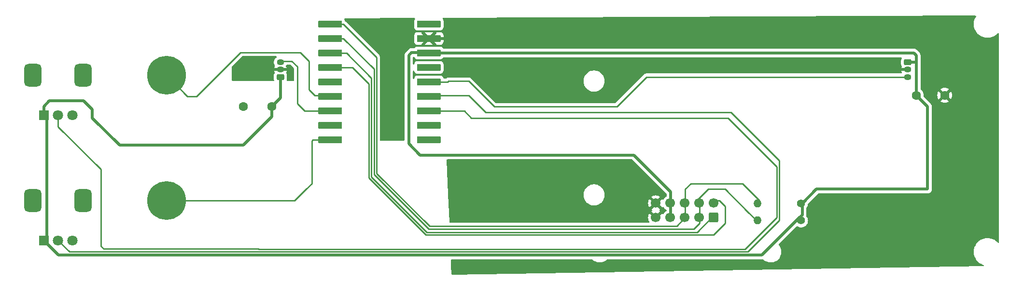
<source format=gbl>
G04 #@! TF.GenerationSoftware,KiCad,Pcbnew,8.0.7*
G04 #@! TF.CreationDate,2025-06-17T21:45:10-04:00*
G04 #@! TF.ProjectId,ESP32_MIDI_Summer25_GTR.kicad_pro,45535033-325f-44d4-9944-495f53756d6d,rev?*
G04 #@! TF.SameCoordinates,Original*
G04 #@! TF.FileFunction,Copper,L2,Bot*
G04 #@! TF.FilePolarity,Positive*
%FSLAX46Y46*%
G04 Gerber Fmt 4.6, Leading zero omitted, Abs format (unit mm)*
G04 Created by KiCad (PCBNEW 8.0.7) date 2025-06-17 21:45:10*
%MOMM*%
%LPD*%
G01*
G04 APERTURE LIST*
G04 Aperture macros list*
%AMRoundRect*
0 Rectangle with rounded corners*
0 $1 Rounding radius*
0 $2 $3 $4 $5 $6 $7 $8 $9 X,Y pos of 4 corners*
0 Add a 4 corners polygon primitive as box body*
4,1,4,$2,$3,$4,$5,$6,$7,$8,$9,$2,$3,0*
0 Add four circle primitives for the rounded corners*
1,1,$1+$1,$2,$3*
1,1,$1+$1,$4,$5*
1,1,$1+$1,$6,$7*
1,1,$1+$1,$8,$9*
0 Add four rect primitives between the rounded corners*
20,1,$1+$1,$2,$3,$4,$5,0*
20,1,$1+$1,$4,$5,$6,$7,0*
20,1,$1+$1,$6,$7,$8,$9,0*
20,1,$1+$1,$8,$9,$2,$3,0*%
%AMFreePoly0*
4,1,11,0.558779,3.080902,0.595106,3.030902,0.600000,3.000000,0.600000,-1.000000,-0.600000,-1.000000,-0.600000,3.000000,-0.580902,3.058779,-0.530902,3.095106,-0.500000,3.100000,0.500000,3.100000,0.558779,3.080902,0.558779,3.080902,$1*%
G04 Aperture macros list end*
G04 #@! TA.AperFunction,ComponentPad*
%ADD10R,1.800000X1.800000*%
G04 #@! TD*
G04 #@! TA.AperFunction,ComponentPad*
%ADD11C,1.800000*%
G04 #@! TD*
G04 #@! TA.AperFunction,ComponentPad*
%ADD12RoundRect,0.750000X0.750000X-1.250000X0.750000X1.250000X-0.750000X1.250000X-0.750000X-1.250000X0*%
G04 #@! TD*
G04 #@! TA.AperFunction,ComponentPad*
%ADD13O,1.300000X1.050000*%
G04 #@! TD*
G04 #@! TA.AperFunction,ComponentPad*
%ADD14RoundRect,0.249900X0.400100X-0.275100X0.400100X0.275100X-0.400100X0.275100X-0.400100X-0.275100X0*%
G04 #@! TD*
G04 #@! TA.AperFunction,ComponentPad*
%ADD15RoundRect,0.249900X-0.400100X0.275100X-0.400100X-0.275100X0.400100X-0.275100X0.400100X0.275100X0*%
G04 #@! TD*
G04 #@! TA.AperFunction,ComponentPad*
%ADD16C,6.800000*%
G04 #@! TD*
G04 #@! TA.AperFunction,ComponentPad*
%ADD17C,1.600000*%
G04 #@! TD*
G04 #@! TA.AperFunction,ComponentPad*
%ADD18C,1.400000*%
G04 #@! TD*
G04 #@! TA.AperFunction,ComponentPad*
%ADD19O,1.400000X1.400000*%
G04 #@! TD*
G04 #@! TA.AperFunction,SMDPad,CuDef*
%ADD20FreePoly0,270.000000*%
G04 #@! TD*
G04 #@! TA.AperFunction,SMDPad,CuDef*
%ADD21FreePoly0,90.000000*%
G04 #@! TD*
G04 #@! TA.AperFunction,ComponentPad*
%ADD22RoundRect,0.250000X0.600000X-0.600000X0.600000X0.600000X-0.600000X0.600000X-0.600000X-0.600000X0*%
G04 #@! TD*
G04 #@! TA.AperFunction,ComponentPad*
%ADD23C,1.700000*%
G04 #@! TD*
G04 #@! TA.AperFunction,ViaPad*
%ADD24C,0.800000*%
G04 #@! TD*
G04 #@! TA.AperFunction,Conductor*
%ADD25C,0.250000*%
G04 #@! TD*
G04 #@! TA.AperFunction,Conductor*
%ADD26C,0.500000*%
G04 #@! TD*
G04 APERTURE END LIST*
D10*
X56500000Y-112000000D03*
D11*
X59000000Y-112000000D03*
X61500000Y-112000000D03*
D12*
X54600000Y-105000000D03*
X63400000Y-105000000D03*
D13*
X98000000Y-80700000D03*
X98000000Y-82000000D03*
D14*
X98000000Y-83300000D03*
D15*
X208000000Y-80700000D03*
D13*
X208000000Y-82000000D03*
X208000000Y-83300000D03*
D16*
X78000000Y-105000000D03*
D10*
X56500000Y-90000000D03*
D11*
X59000000Y-90000000D03*
X61500000Y-90000000D03*
D12*
X63400000Y-83000000D03*
X54600000Y-82950000D03*
D16*
X78000000Y-83000000D03*
D17*
X209500000Y-86500000D03*
X214500000Y-86500000D03*
D18*
X189310000Y-105500000D03*
D19*
X181690000Y-105500000D03*
D20*
X123000000Y-74000000D03*
X123000000Y-76540000D03*
X123000000Y-79080000D03*
X123000000Y-81620000D03*
X123000000Y-84160000D03*
X123000000Y-86700000D03*
X123000000Y-89240000D03*
X123000000Y-91780000D03*
X123000000Y-94320000D03*
D21*
X107760000Y-94320000D03*
X107760000Y-91780000D03*
X107760000Y-89240000D03*
X107760000Y-86700000D03*
X107760000Y-84160000D03*
X107760000Y-81620000D03*
X107760000Y-79080000D03*
X107760000Y-76540000D03*
X107760000Y-74000000D03*
D17*
X96500000Y-88500000D03*
X91500000Y-88500000D03*
D18*
X189310000Y-108500000D03*
D19*
X181690000Y-108500000D03*
D22*
X174000000Y-108000000D03*
D23*
X174000000Y-105460000D03*
X171460000Y-108000000D03*
X171460000Y-105460000D03*
X168920000Y-108000000D03*
X168920000Y-105460000D03*
X166380000Y-108000000D03*
X166380000Y-105460000D03*
X163840000Y-108000000D03*
X163840000Y-105460000D03*
D24*
X125500000Y-79000000D03*
X128000000Y-76500000D03*
D25*
X107760000Y-81620000D02*
X110620000Y-81620000D01*
X174000000Y-111000000D02*
X176000000Y-109000000D01*
X113500000Y-84500000D02*
X113500000Y-101000000D01*
X110620000Y-81620000D02*
X113500000Y-84500000D01*
X113500000Y-101000000D02*
X123500000Y-111000000D01*
X123500000Y-111000000D02*
X174000000Y-111000000D01*
X176000000Y-106000000D02*
X175000000Y-105000000D01*
X176000000Y-109000000D02*
X176000000Y-106000000D01*
X175000000Y-105000000D02*
X174080000Y-105000000D01*
X107760000Y-74000000D02*
X109000000Y-74000000D01*
X109000000Y-74000000D02*
X114850000Y-79850000D01*
X114850000Y-79850000D02*
X114850000Y-100213604D01*
X114850000Y-100213604D02*
X124136396Y-109500000D01*
X124136396Y-109500000D02*
X167500000Y-109500000D01*
X169000000Y-108000000D02*
X169000000Y-103000000D01*
X169000000Y-103000000D02*
X170000000Y-102000000D01*
X167500000Y-109500000D02*
X169000000Y-108000000D01*
X170000000Y-102000000D02*
X179000000Y-102000000D01*
X179000000Y-102000000D02*
X182000000Y-105000000D01*
X124000000Y-110000000D02*
X170500000Y-110000000D01*
X109040000Y-76540000D02*
X114400000Y-81900000D01*
X107760000Y-76540000D02*
X109040000Y-76540000D01*
X171540000Y-108960000D02*
X171540000Y-105000000D01*
X114400000Y-81900000D02*
X114400000Y-100400000D01*
X114400000Y-100400000D02*
X124000000Y-110000000D01*
X170500000Y-110000000D02*
X171540000Y-108960000D01*
X109580000Y-79080000D02*
X113950000Y-83450000D01*
X113950000Y-83450000D02*
X113950000Y-100813604D01*
X171070000Y-110550000D02*
X174080000Y-107540000D01*
X123686396Y-110550000D02*
X171070000Y-110550000D01*
X107760000Y-79080000D02*
X109580000Y-79080000D01*
X113950000Y-100813604D02*
X123686396Y-110550000D01*
D26*
X166460000Y-103460000D02*
X160000000Y-97000000D01*
D25*
X173000000Y-103000000D02*
X171000000Y-105000000D01*
X180000000Y-107000000D02*
X176000000Y-103000000D01*
X176000000Y-103000000D02*
X173000000Y-103000000D01*
D26*
X166460000Y-107540000D02*
X166460000Y-103460000D01*
X122500000Y-97000000D02*
X120500000Y-95000000D01*
X120500000Y-79500000D02*
X121000000Y-79000000D01*
X160000000Y-97000000D02*
X122500000Y-97000000D01*
X120500000Y-95000000D02*
X120500000Y-79500000D01*
X121000000Y-79000000D02*
X125500000Y-79000000D01*
X56500000Y-112000000D02*
X57000000Y-111500000D01*
X57000000Y-111500000D02*
X57000000Y-90500000D01*
X57000000Y-90500000D02*
X56500000Y-90000000D01*
D25*
X66500000Y-113000000D02*
X66500000Y-99500000D01*
X67000000Y-113500000D02*
X66500000Y-113000000D01*
X59000000Y-91500000D02*
X59000000Y-90000000D01*
X66500000Y-99500000D02*
X59000000Y-92000000D01*
X59000000Y-92000000D02*
X59000000Y-91500000D01*
X104000000Y-86500000D02*
X107500000Y-86500000D01*
X101500000Y-79000000D02*
X103000000Y-80500000D01*
X81700000Y-86700000D02*
X83300000Y-86700000D01*
X103000000Y-85500000D02*
X104000000Y-86500000D01*
X103000000Y-80500000D02*
X103000000Y-85500000D01*
X91000000Y-79000000D02*
X101500000Y-79000000D01*
X83300000Y-86700000D02*
X91000000Y-79000000D01*
X107760000Y-89240000D02*
X102240000Y-89240000D01*
X102240000Y-89240000D02*
X101000000Y-88000000D01*
X101000000Y-88000000D02*
X101000000Y-81500000D01*
X101000000Y-81500000D02*
X100000000Y-80500000D01*
X100000000Y-80500000D02*
X98000000Y-80500000D01*
D26*
X98000000Y-87000000D02*
X96500000Y-88500000D01*
X98000000Y-83300000D02*
X98000000Y-87000000D01*
X96500000Y-88500000D02*
X96500000Y-90300000D01*
X96500000Y-90300000D02*
X91500000Y-95300000D01*
X91500000Y-95300000D02*
X69800000Y-95300000D01*
X65000000Y-90500000D02*
X65000000Y-89000000D01*
X65000000Y-89000000D02*
X63500000Y-87500000D01*
X69800000Y-95300000D02*
X65000000Y-90500000D01*
X63500000Y-87500000D02*
X57500000Y-87500000D01*
X57500000Y-87500000D02*
X56500000Y-88500000D01*
X56500000Y-88500000D02*
X56500000Y-90000000D01*
D25*
X157000000Y-88500000D02*
X135500000Y-88500000D01*
X208000000Y-83300000D02*
X162200000Y-83300000D01*
X162200000Y-83300000D02*
X157000000Y-88500000D01*
D26*
X209500000Y-79500000D02*
X209500000Y-80500000D01*
X208000000Y-80700000D02*
X209300000Y-80700000D01*
X209500000Y-80500000D02*
X209500000Y-86500000D01*
X209300000Y-80700000D02*
X209500000Y-80500000D01*
X123000000Y-79080000D02*
X209080000Y-79080000D01*
X209080000Y-79080000D02*
X209500000Y-79500000D01*
D25*
X135500000Y-88500000D02*
X131000000Y-84000000D01*
X131000000Y-84000000D02*
X127500000Y-84000000D01*
X123000000Y-84160000D02*
X127340000Y-84160000D01*
X127340000Y-84160000D02*
X127500000Y-84000000D01*
D26*
X59075000Y-114575000D02*
X56500000Y-112000000D01*
X189500000Y-105500000D02*
X189500000Y-107500000D01*
X211500000Y-103000000D02*
X192000000Y-103000000D01*
X189000000Y-108000000D02*
X182425000Y-114575000D01*
X182425000Y-114575000D02*
X59075000Y-114575000D01*
X192000000Y-103000000D02*
X189500000Y-105500000D01*
X211500000Y-88500000D02*
X211500000Y-103000000D01*
X209500000Y-86500000D02*
X211500000Y-88500000D01*
X189500000Y-107500000D02*
X189000000Y-108000000D01*
X123000000Y-76540000D02*
X127960000Y-76540000D01*
X127960000Y-76540000D02*
X128000000Y-76500000D01*
D25*
X185500000Y-108500000D02*
X185500000Y-98000000D01*
X185500000Y-98000000D02*
X177000000Y-89500000D01*
X61000000Y-114000000D02*
X180000000Y-114000000D01*
X131000000Y-86500000D02*
X124000000Y-86500000D01*
X59000000Y-112000000D02*
X61000000Y-114000000D01*
X134000000Y-89500000D02*
X131000000Y-86500000D01*
X180000000Y-114000000D02*
X185500000Y-108500000D01*
X177000000Y-89500000D02*
X134000000Y-89500000D01*
X179500000Y-113550000D02*
X94183308Y-113550000D01*
X185050000Y-108000000D02*
X179500000Y-113550000D01*
X123000000Y-89240000D02*
X130240000Y-89240000D01*
X130240000Y-89240000D02*
X131500000Y-90500000D01*
X94183308Y-113550000D02*
X94133308Y-113500000D01*
X131500000Y-90500000D02*
X176500000Y-90500000D01*
X185050000Y-99050000D02*
X185050000Y-108000000D01*
X94133308Y-113500000D02*
X67000000Y-113500000D01*
X176500000Y-90500000D02*
X185050000Y-99050000D01*
X103500000Y-102000000D02*
X102500000Y-103000000D01*
X100500000Y-105000000D02*
X99500000Y-105000000D01*
X99500000Y-105000000D02*
X78000000Y-105000000D01*
X107760000Y-94320000D02*
X103680000Y-94320000D01*
X102500000Y-103000000D02*
X100500000Y-105000000D01*
X103680000Y-94320000D02*
X103500000Y-94500000D01*
X103500000Y-94500000D02*
X103500000Y-102000000D01*
X180000000Y-107000000D02*
X181500000Y-108500000D01*
X81700000Y-86700000D02*
X81500000Y-86500000D01*
X81500000Y-86500000D02*
X78000000Y-83000000D01*
G04 #@! TA.AperFunction,Conductor*
G36*
X219938857Y-72536676D02*
G01*
X219984833Y-72589288D01*
X219995066Y-72658404D01*
X219977249Y-72707243D01*
X219895714Y-72837005D01*
X219778734Y-73079917D01*
X219689687Y-73334397D01*
X219689684Y-73334405D01*
X219629688Y-73597268D01*
X219629686Y-73597280D01*
X219599500Y-73865186D01*
X219599500Y-74134813D01*
X219629686Y-74402719D01*
X219629688Y-74402731D01*
X219689684Y-74665594D01*
X219689687Y-74665602D01*
X219778734Y-74920082D01*
X219895714Y-75162994D01*
X219895716Y-75162997D01*
X220039162Y-75391289D01*
X220207266Y-75602085D01*
X220397915Y-75792734D01*
X220608711Y-75960838D01*
X220837003Y-76104284D01*
X221079921Y-76221267D01*
X221271049Y-76288145D01*
X221334397Y-76310312D01*
X221334405Y-76310315D01*
X221334408Y-76310315D01*
X221334409Y-76310316D01*
X221597268Y-76370312D01*
X221865187Y-76400499D01*
X221865188Y-76400500D01*
X221865191Y-76400500D01*
X222134812Y-76400500D01*
X222134812Y-76400499D01*
X222402732Y-76370312D01*
X222665591Y-76310316D01*
X222920079Y-76221267D01*
X223162997Y-76104284D01*
X223391289Y-75960838D01*
X223602085Y-75792734D01*
X223788319Y-75606500D01*
X223849642Y-75573015D01*
X223919334Y-75577999D01*
X223975267Y-75619871D01*
X223999684Y-75685335D01*
X224000000Y-75694181D01*
X224000000Y-112305819D01*
X223980315Y-112372858D01*
X223927511Y-112418613D01*
X223858353Y-112428557D01*
X223794797Y-112399532D01*
X223788319Y-112393500D01*
X223602084Y-112207265D01*
X223509356Y-112133317D01*
X223391289Y-112039162D01*
X223162997Y-111895716D01*
X223162994Y-111895714D01*
X222920082Y-111778734D01*
X222665602Y-111689687D01*
X222665594Y-111689684D01*
X222468446Y-111644687D01*
X222402732Y-111629688D01*
X222402728Y-111629687D01*
X222402719Y-111629686D01*
X222134813Y-111599500D01*
X222134809Y-111599500D01*
X221865191Y-111599500D01*
X221865186Y-111599500D01*
X221597280Y-111629686D01*
X221597268Y-111629688D01*
X221334405Y-111689684D01*
X221334397Y-111689687D01*
X221079917Y-111778734D01*
X220837005Y-111895714D01*
X220608712Y-112039161D01*
X220397915Y-112207265D01*
X220207265Y-112397915D01*
X220039161Y-112608712D01*
X219895714Y-112837005D01*
X219778734Y-113079917D01*
X219689687Y-113334397D01*
X219689684Y-113334405D01*
X219629688Y-113597268D01*
X219629686Y-113597280D01*
X219599500Y-113865186D01*
X219599500Y-114134813D01*
X219629686Y-114402719D01*
X219629688Y-114402731D01*
X219689684Y-114665594D01*
X219689687Y-114665602D01*
X219778734Y-114920082D01*
X219895714Y-115162994D01*
X219895716Y-115162997D01*
X220039162Y-115391289D01*
X220207266Y-115602085D01*
X220397915Y-115792734D01*
X220608711Y-115960838D01*
X220837003Y-116104284D01*
X221079921Y-116221267D01*
X221309562Y-116301621D01*
X221366336Y-116342342D01*
X221392083Y-116407295D01*
X221378627Y-116475857D01*
X221330239Y-116526259D01*
X221270542Y-116542647D01*
X128120693Y-117998114D01*
X128053354Y-117979479D01*
X128006780Y-117927396D01*
X127994868Y-117879401D01*
X127937985Y-116542647D01*
X127891692Y-115454770D01*
X127908509Y-115386956D01*
X127959320Y-115338998D01*
X128015580Y-115325500D01*
X152657134Y-115325500D01*
X152724173Y-115345185D01*
X152744815Y-115361819D01*
X152777256Y-115394260D01*
X152777262Y-115394265D01*
X152969711Y-115541936D01*
X153179788Y-115663224D01*
X153403900Y-115756054D01*
X153638211Y-115818838D01*
X153818586Y-115842584D01*
X153878711Y-115850500D01*
X153878712Y-115850500D01*
X154121289Y-115850500D01*
X154169388Y-115844167D01*
X154361789Y-115818838D01*
X154596100Y-115756054D01*
X154820212Y-115663224D01*
X155030289Y-115541936D01*
X155222738Y-115394265D01*
X155230047Y-115386956D01*
X155255185Y-115361819D01*
X155316508Y-115328334D01*
X155342866Y-115325500D01*
X182498920Y-115325500D01*
X182608718Y-115303659D01*
X182678310Y-115309886D01*
X182720591Y-115337595D01*
X182777256Y-115394260D01*
X182777262Y-115394265D01*
X182969711Y-115541936D01*
X183179788Y-115663224D01*
X183403900Y-115756054D01*
X183638211Y-115818838D01*
X183818586Y-115842584D01*
X183878711Y-115850500D01*
X183878712Y-115850500D01*
X184121289Y-115850500D01*
X184169388Y-115844167D01*
X184361789Y-115818838D01*
X184596100Y-115756054D01*
X184820212Y-115663224D01*
X185030289Y-115541936D01*
X185222738Y-115394265D01*
X185394265Y-115222738D01*
X185541936Y-115030289D01*
X185663224Y-114820212D01*
X185756054Y-114596100D01*
X185818838Y-114361789D01*
X185850500Y-114121288D01*
X185850500Y-113878712D01*
X185818838Y-113638211D01*
X185756054Y-113403900D01*
X185663224Y-113179788D01*
X185541936Y-112969711D01*
X185523503Y-112945689D01*
X185412636Y-112801202D01*
X185387442Y-112736033D01*
X185401481Y-112667588D01*
X185423328Y-112638038D01*
X188523749Y-109537616D01*
X188585070Y-109504133D01*
X188654762Y-109509117D01*
X188676702Y-109519870D01*
X188772599Y-109579247D01*
X188980060Y-109659618D01*
X189198757Y-109700500D01*
X189198759Y-109700500D01*
X189421241Y-109700500D01*
X189421243Y-109700500D01*
X189639940Y-109659618D01*
X189847401Y-109579247D01*
X190036562Y-109462124D01*
X190200981Y-109312236D01*
X190335058Y-109134689D01*
X190434229Y-108935528D01*
X190495115Y-108721536D01*
X190515643Y-108500000D01*
X190513051Y-108472032D01*
X190495115Y-108278464D01*
X190495114Y-108278462D01*
X190482864Y-108235408D01*
X190434229Y-108064472D01*
X190369348Y-107934174D01*
X190335061Y-107865316D01*
X190335056Y-107865308D01*
X190255763Y-107760307D01*
X190231071Y-107694945D01*
X190233099Y-107661391D01*
X190250500Y-107573918D01*
X190250500Y-106288222D01*
X190270185Y-106221183D01*
X190275539Y-106213504D01*
X190335058Y-106134689D01*
X190434229Y-105935528D01*
X190495115Y-105721536D01*
X190506842Y-105594973D01*
X190532628Y-105530037D01*
X190542624Y-105518742D01*
X192274549Y-103786819D01*
X192335872Y-103753334D01*
X192362230Y-103750500D01*
X211573920Y-103750500D01*
X211671462Y-103731096D01*
X211718913Y-103721658D01*
X211855495Y-103665084D01*
X211978416Y-103582951D01*
X212082951Y-103478416D01*
X212165084Y-103355495D01*
X212221658Y-103218913D01*
X212243296Y-103110136D01*
X212250500Y-103073920D01*
X212250500Y-88426079D01*
X212221659Y-88281092D01*
X212221658Y-88281091D01*
X212221658Y-88281087D01*
X212212082Y-88257969D01*
X212165087Y-88144511D01*
X212165080Y-88144498D01*
X212082952Y-88021585D01*
X212082951Y-88021584D01*
X211978416Y-87917049D01*
X211403783Y-87342416D01*
X210826716Y-86765348D01*
X210793231Y-86704025D01*
X210790869Y-86666863D01*
X210805468Y-86500000D01*
X210805468Y-86499997D01*
X213195034Y-86499997D01*
X213195034Y-86500002D01*
X213214858Y-86726599D01*
X213214860Y-86726610D01*
X213273730Y-86946317D01*
X213273735Y-86946331D01*
X213369863Y-87152478D01*
X213420974Y-87225472D01*
X214100000Y-86546446D01*
X214100000Y-86552661D01*
X214127259Y-86654394D01*
X214179920Y-86745606D01*
X214254394Y-86820080D01*
X214345606Y-86872741D01*
X214447339Y-86900000D01*
X214453553Y-86900000D01*
X213774526Y-87579025D01*
X213847513Y-87630132D01*
X213847521Y-87630136D01*
X214053668Y-87726264D01*
X214053682Y-87726269D01*
X214273389Y-87785139D01*
X214273400Y-87785141D01*
X214499998Y-87804966D01*
X214500002Y-87804966D01*
X214726599Y-87785141D01*
X214726610Y-87785139D01*
X214946317Y-87726269D01*
X214946331Y-87726264D01*
X215152478Y-87630136D01*
X215225471Y-87579024D01*
X214546447Y-86900000D01*
X214552661Y-86900000D01*
X214654394Y-86872741D01*
X214745606Y-86820080D01*
X214820080Y-86745606D01*
X214872741Y-86654394D01*
X214900000Y-86552661D01*
X214900000Y-86546447D01*
X215579024Y-87225471D01*
X215630136Y-87152478D01*
X215726264Y-86946331D01*
X215726269Y-86946317D01*
X215785139Y-86726610D01*
X215785141Y-86726599D01*
X215804966Y-86500002D01*
X215804966Y-86499997D01*
X215785141Y-86273400D01*
X215785139Y-86273389D01*
X215726269Y-86053682D01*
X215726264Y-86053668D01*
X215630136Y-85847521D01*
X215630132Y-85847513D01*
X215579025Y-85774526D01*
X214900000Y-86453551D01*
X214900000Y-86447339D01*
X214872741Y-86345606D01*
X214820080Y-86254394D01*
X214745606Y-86179920D01*
X214654394Y-86127259D01*
X214552661Y-86100000D01*
X214546445Y-86100000D01*
X215225472Y-85420974D01*
X215152478Y-85369863D01*
X214946331Y-85273735D01*
X214946317Y-85273730D01*
X214726610Y-85214860D01*
X214726599Y-85214858D01*
X214500002Y-85195034D01*
X214499998Y-85195034D01*
X214273400Y-85214858D01*
X214273389Y-85214860D01*
X214053682Y-85273730D01*
X214053673Y-85273734D01*
X213847516Y-85369866D01*
X213847512Y-85369868D01*
X213774526Y-85420973D01*
X213774526Y-85420974D01*
X214453553Y-86100000D01*
X214447339Y-86100000D01*
X214345606Y-86127259D01*
X214254394Y-86179920D01*
X214179920Y-86254394D01*
X214127259Y-86345606D01*
X214100000Y-86447339D01*
X214100000Y-86453552D01*
X213420974Y-85774526D01*
X213420973Y-85774526D01*
X213369868Y-85847512D01*
X213369866Y-85847516D01*
X213273734Y-86053673D01*
X213273730Y-86053682D01*
X213214860Y-86273389D01*
X213214858Y-86273400D01*
X213195034Y-86499997D01*
X210805468Y-86499997D01*
X210785635Y-86273308D01*
X210726739Y-86053504D01*
X210630568Y-85847266D01*
X210547987Y-85729327D01*
X210500048Y-85660862D01*
X210428686Y-85589500D01*
X210339139Y-85499953D01*
X210334373Y-85496615D01*
X210303375Y-85474910D01*
X210259751Y-85420332D01*
X210250500Y-85373336D01*
X210250500Y-79426080D01*
X210238179Y-79364141D01*
X210230976Y-79327930D01*
X210221659Y-79281088D01*
X210168983Y-79153918D01*
X210165084Y-79144505D01*
X210132186Y-79095270D01*
X210132185Y-79095268D01*
X210082956Y-79021589D01*
X210082952Y-79021584D01*
X209558421Y-78497052D01*
X209558420Y-78497051D01*
X209539191Y-78484203D01*
X209469420Y-78437584D01*
X209438686Y-78417048D01*
X209435500Y-78414919D01*
X209435488Y-78414912D01*
X209298917Y-78358343D01*
X209298907Y-78358340D01*
X209153920Y-78329500D01*
X209153918Y-78329500D01*
X126625316Y-78329500D01*
X126558277Y-78309815D01*
X126515647Y-78263369D01*
X126515106Y-78262344D01*
X126508817Y-78250425D01*
X126470673Y-78197925D01*
X126453045Y-78175065D01*
X126347043Y-78077777D01*
X126347041Y-78077776D01*
X126217927Y-78014294D01*
X126217913Y-78014289D01*
X126156252Y-77994255D01*
X126156233Y-77994249D01*
X126156208Y-77994241D01*
X126150872Y-77992590D01*
X126142418Y-77989976D01*
X126070554Y-77979644D01*
X126000000Y-77969500D01*
X122500000Y-77969500D01*
X122499992Y-77969500D01*
X122441318Y-77974118D01*
X122431590Y-77974500D01*
X121999997Y-77974500D01*
X121928059Y-77979644D01*
X121790005Y-78020182D01*
X121668969Y-78097967D01*
X121668965Y-78097970D01*
X121574748Y-78206703D01*
X121515970Y-78244477D01*
X121481036Y-78249500D01*
X120926080Y-78249500D01*
X120781092Y-78278340D01*
X120781082Y-78278343D01*
X120644509Y-78334913D01*
X120644507Y-78334914D01*
X120603859Y-78362075D01*
X120603857Y-78362076D01*
X120521589Y-78417043D01*
X120521584Y-78417047D01*
X119917050Y-79021580D01*
X119917044Y-79021588D01*
X119867812Y-79095268D01*
X119867813Y-79095269D01*
X119834921Y-79144496D01*
X119834914Y-79144508D01*
X119778342Y-79281086D01*
X119778340Y-79281092D01*
X119749500Y-79426079D01*
X119749500Y-94376000D01*
X119729815Y-94443039D01*
X119677011Y-94488794D01*
X119625500Y-94500000D01*
X115599500Y-94500000D01*
X115532461Y-94480315D01*
X115486706Y-94427511D01*
X115475500Y-94376000D01*
X115475500Y-79788391D01*
X115474292Y-79782320D01*
X115474290Y-79782314D01*
X115473835Y-79780025D01*
X115451463Y-79667549D01*
X115449558Y-79662951D01*
X115404311Y-79553714D01*
X115404309Y-79553712D01*
X115404309Y-79553710D01*
X115335859Y-79451268D01*
X115310670Y-79426079D01*
X115248733Y-79364142D01*
X115248732Y-79364141D01*
X111824591Y-75940001D01*
X121495000Y-75940001D01*
X121495000Y-77140002D01*
X121500140Y-77211870D01*
X121540634Y-77349781D01*
X121618345Y-77470703D01*
X121726976Y-77564832D01*
X121726977Y-77564833D01*
X121857721Y-77624543D01*
X121857725Y-77624544D01*
X122000001Y-77644999D01*
X122000003Y-77645000D01*
X122456355Y-77645000D01*
X122474001Y-77646262D01*
X122499998Y-77649999D01*
X122500003Y-77650000D01*
X122700001Y-77650000D01*
X122700001Y-77649999D01*
X123293552Y-77649999D01*
X123293553Y-77650000D01*
X124806448Y-77650000D01*
X124806448Y-77649999D01*
X124050000Y-76893552D01*
X124049999Y-76893552D01*
X123293552Y-77649999D01*
X122700001Y-77649999D01*
X122706052Y-77635389D01*
X122697421Y-77619581D01*
X122702405Y-77549889D01*
X122730906Y-77505542D01*
X123696448Y-76540000D01*
X123696448Y-76539999D01*
X123696447Y-76539998D01*
X124403551Y-76539998D01*
X124403551Y-76539999D01*
X125369094Y-77505542D01*
X125402579Y-77566865D01*
X125397595Y-77636557D01*
X125395671Y-77639549D01*
X125400000Y-77650000D01*
X125999992Y-77650000D01*
X126000007Y-77649999D01*
X126078985Y-77643784D01*
X126111454Y-77638641D01*
X126202152Y-77615492D01*
X126329280Y-77548412D01*
X126381780Y-77510269D01*
X126404616Y-77492659D01*
X126501810Y-77386760D01*
X126501811Y-77386758D01*
X126565229Y-77257772D01*
X126565235Y-77257758D01*
X126585287Y-77196043D01*
X126589541Y-77182283D01*
X126589544Y-77182270D01*
X126609999Y-77039998D01*
X126610000Y-77039997D01*
X126610000Y-76040007D01*
X126609999Y-76039992D01*
X126603784Y-75961014D01*
X126598641Y-75928545D01*
X126575492Y-75837847D01*
X126508412Y-75710719D01*
X126470269Y-75658219D01*
X126452659Y-75635383D01*
X126346760Y-75538189D01*
X126346758Y-75538188D01*
X126217772Y-75474770D01*
X126217758Y-75474764D01*
X126156043Y-75454712D01*
X126142283Y-75450458D01*
X126142270Y-75450455D01*
X125999998Y-75430000D01*
X125399999Y-75430000D01*
X125393946Y-75444611D01*
X125402578Y-75460418D01*
X125397594Y-75530110D01*
X125369093Y-75574457D01*
X124403551Y-76539998D01*
X123696447Y-76539998D01*
X122730905Y-75574457D01*
X122697420Y-75513134D01*
X122702404Y-75443442D01*
X122704327Y-75440448D01*
X122700000Y-75430000D01*
X123293551Y-75430000D01*
X124049999Y-76186447D01*
X124806447Y-75430000D01*
X123293551Y-75430000D01*
X122700000Y-75430000D01*
X122499992Y-75430000D01*
X122441319Y-75434618D01*
X122431591Y-75435000D01*
X121999997Y-75435000D01*
X121928129Y-75440140D01*
X121790218Y-75480634D01*
X121669296Y-75558345D01*
X121575167Y-75666976D01*
X121575166Y-75666977D01*
X121515456Y-75797721D01*
X121515455Y-75797725D01*
X121495000Y-75940001D01*
X111824591Y-75940001D01*
X109492927Y-73608337D01*
X109492925Y-73608334D01*
X109492925Y-73608335D01*
X109485858Y-73601268D01*
X109485858Y-73601267D01*
X109398733Y-73514142D01*
X109398732Y-73514141D01*
X109398731Y-73514140D01*
X109347509Y-73479915D01*
X109347508Y-73479914D01*
X109317849Y-73460096D01*
X109273045Y-73406484D01*
X109263057Y-73365840D01*
X109260355Y-73328059D01*
X109246852Y-73282075D01*
X109219819Y-73190008D01*
X109219816Y-73190003D01*
X109207543Y-73170905D01*
X109187859Y-73103866D01*
X109207544Y-73036827D01*
X109260349Y-72991072D01*
X109311335Y-72979868D01*
X121474215Y-72928978D01*
X121541332Y-72948381D01*
X121587308Y-73000993D01*
X121597541Y-73070109D01*
X121579046Y-73120014D01*
X121574747Y-73126703D01*
X121514976Y-73257580D01*
X121514975Y-73257585D01*
X121494500Y-73399999D01*
X121494500Y-74600002D01*
X121499644Y-74671940D01*
X121540182Y-74809994D01*
X121617967Y-74931030D01*
X121617971Y-74931034D01*
X121672861Y-74978597D01*
X121726706Y-75025254D01*
X121767174Y-75043735D01*
X121857580Y-75085023D01*
X121857583Y-75085023D01*
X121857584Y-75085024D01*
X122000000Y-75105500D01*
X122456355Y-75105500D01*
X122474001Y-75106762D01*
X122500000Y-75110500D01*
X122500003Y-75110500D01*
X125999992Y-75110500D01*
X126000000Y-75110500D01*
X126079076Y-75104277D01*
X126111523Y-75099138D01*
X126202323Y-75075962D01*
X126221753Y-75065710D01*
X126298433Y-75025249D01*
X126329575Y-75008817D01*
X126382075Y-74970673D01*
X126404935Y-74953045D01*
X126502223Y-74847043D01*
X126565706Y-74717925D01*
X126585759Y-74656208D01*
X126590024Y-74642416D01*
X126610500Y-74500000D01*
X126610500Y-73500000D01*
X126604277Y-73420924D01*
X126599138Y-73388477D01*
X126575962Y-73297677D01*
X126575958Y-73297671D01*
X126575958Y-73297668D01*
X126508821Y-73170432D01*
X126508818Y-73170427D01*
X126506160Y-73166769D01*
X126470673Y-73117925D01*
X126462570Y-73107417D01*
X126437220Y-73042308D01*
X126451095Y-72973830D01*
X126499789Y-72923723D01*
X126560239Y-72907697D01*
X219871739Y-72517273D01*
X219938857Y-72536676D01*
G37*
G04 #@! TD.AperFunction*
G04 #@! TA.AperFunction,Conductor*
G36*
X159704809Y-97770185D02*
G01*
X159725451Y-97786819D01*
X165673181Y-103734548D01*
X165706666Y-103795871D01*
X165709500Y-103822229D01*
X165709500Y-104216282D01*
X165689815Y-104283321D01*
X165656624Y-104317857D01*
X165508594Y-104421508D01*
X165341508Y-104588594D01*
X165211269Y-104774595D01*
X165156692Y-104818219D01*
X165087193Y-104825412D01*
X165024839Y-104793890D01*
X165008119Y-104774595D01*
X164954925Y-104698626D01*
X164322962Y-105330590D01*
X164305925Y-105267007D01*
X164240099Y-105152993D01*
X164147007Y-105059901D01*
X164032993Y-104994075D01*
X163969409Y-104977037D01*
X164601372Y-104345073D01*
X164517576Y-104286398D01*
X164303492Y-104186570D01*
X164303483Y-104186566D01*
X164075326Y-104125432D01*
X164075315Y-104125430D01*
X163840002Y-104104843D01*
X163839998Y-104104843D01*
X163604684Y-104125430D01*
X163604673Y-104125432D01*
X163376516Y-104186566D01*
X163376507Y-104186570D01*
X163162423Y-104286399D01*
X163162421Y-104286400D01*
X163078627Y-104345073D01*
X163078626Y-104345073D01*
X163710591Y-104977037D01*
X163647007Y-104994075D01*
X163532993Y-105059901D01*
X163439901Y-105152993D01*
X163374075Y-105267007D01*
X163357037Y-105330590D01*
X162725073Y-104698626D01*
X162725073Y-104698627D01*
X162666400Y-104782421D01*
X162666399Y-104782423D01*
X162566570Y-104996507D01*
X162566566Y-104996516D01*
X162505432Y-105224673D01*
X162505430Y-105224684D01*
X162484843Y-105459998D01*
X162484843Y-105460001D01*
X162505430Y-105695315D01*
X162505432Y-105695326D01*
X162566566Y-105923483D01*
X162566570Y-105923492D01*
X162666398Y-106137576D01*
X162725073Y-106221372D01*
X163357037Y-105589408D01*
X163374075Y-105652993D01*
X163439901Y-105767007D01*
X163532993Y-105860099D01*
X163647007Y-105925925D01*
X163710591Y-105942962D01*
X163078626Y-106574926D01*
X163155031Y-106628426D01*
X163198656Y-106683003D01*
X163205848Y-106752501D01*
X163174326Y-106814856D01*
X163155030Y-106831575D01*
X163078627Y-106885072D01*
X163078626Y-106885073D01*
X163710591Y-107517037D01*
X163647007Y-107534075D01*
X163532993Y-107599901D01*
X163439901Y-107692993D01*
X163374075Y-107807007D01*
X163357037Y-107870590D01*
X162725073Y-107238626D01*
X162725073Y-107238627D01*
X162666400Y-107322421D01*
X162666399Y-107322423D01*
X162566570Y-107536507D01*
X162566566Y-107536516D01*
X162505432Y-107764673D01*
X162505430Y-107764684D01*
X162484843Y-107999998D01*
X162484843Y-108000000D01*
X162505430Y-108235315D01*
X162505432Y-108235326D01*
X162566566Y-108463483D01*
X162566570Y-108463492D01*
X162666399Y-108677577D01*
X162667657Y-108679373D01*
X162667967Y-108680293D01*
X162669109Y-108682271D01*
X162668711Y-108682500D01*
X162689986Y-108745579D01*
X162672978Y-108813346D01*
X162622032Y-108861161D01*
X162566084Y-108874500D01*
X127730517Y-108874500D01*
X127663478Y-108854815D01*
X127617723Y-108802011D01*
X127606629Y-108755772D01*
X127399094Y-103878711D01*
X151149500Y-103878711D01*
X151149500Y-104121288D01*
X151180243Y-104354815D01*
X151181162Y-104361789D01*
X151196962Y-104420754D01*
X151243947Y-104596104D01*
X151335770Y-104817783D01*
X151336776Y-104820212D01*
X151458064Y-105030289D01*
X151458066Y-105030292D01*
X151458067Y-105030293D01*
X151605733Y-105222736D01*
X151605739Y-105222743D01*
X151777256Y-105394260D01*
X151777263Y-105394266D01*
X151783085Y-105398733D01*
X151969711Y-105541936D01*
X152179788Y-105663224D01*
X152403900Y-105756054D01*
X152638211Y-105818838D01*
X152780710Y-105837598D01*
X152878711Y-105850500D01*
X152878712Y-105850500D01*
X153121289Y-105850500D01*
X153169388Y-105844167D01*
X153361789Y-105818838D01*
X153596100Y-105756054D01*
X153820212Y-105663224D01*
X154030289Y-105541936D01*
X154222738Y-105394265D01*
X154394265Y-105222738D01*
X154541936Y-105030289D01*
X154663224Y-104820212D01*
X154756054Y-104596100D01*
X154818838Y-104361789D01*
X154850500Y-104121288D01*
X154850500Y-103878712D01*
X154818838Y-103638211D01*
X154756054Y-103403900D01*
X154663224Y-103179788D01*
X154541936Y-102969711D01*
X154425178Y-102817549D01*
X154394266Y-102777263D01*
X154394260Y-102777256D01*
X154222743Y-102605739D01*
X154222736Y-102605733D01*
X154030293Y-102458067D01*
X154030292Y-102458066D01*
X154030289Y-102458064D01*
X153820212Y-102336776D01*
X153815717Y-102334914D01*
X153596104Y-102243947D01*
X153404248Y-102192539D01*
X153361789Y-102181162D01*
X153361788Y-102181161D01*
X153361785Y-102181161D01*
X153121289Y-102149500D01*
X153121288Y-102149500D01*
X152878712Y-102149500D01*
X152878711Y-102149500D01*
X152638214Y-102181161D01*
X152403895Y-102243947D01*
X152179794Y-102336773D01*
X152179785Y-102336777D01*
X151969706Y-102458067D01*
X151777263Y-102605733D01*
X151777256Y-102605739D01*
X151605739Y-102777256D01*
X151605733Y-102777263D01*
X151458067Y-102969706D01*
X151336777Y-103179785D01*
X151336773Y-103179794D01*
X151243947Y-103403895D01*
X151181161Y-103638214D01*
X151149500Y-103878711D01*
X127399094Y-103878711D01*
X127143820Y-97879772D01*
X127160637Y-97811956D01*
X127211448Y-97763998D01*
X127267708Y-97750500D01*
X159637770Y-97750500D01*
X159704809Y-97770185D01*
G37*
G04 #@! TD.AperFunction*
G04 #@! TA.AperFunction,Conductor*
G36*
X164954925Y-106221371D02*
G01*
X165008120Y-106145404D01*
X165062697Y-106101780D01*
X165132196Y-106094588D01*
X165194550Y-106126111D01*
X165211268Y-106145404D01*
X165341505Y-106331401D01*
X165341506Y-106331402D01*
X165508597Y-106498493D01*
X165508603Y-106498498D01*
X165511181Y-106500303D01*
X165656624Y-106602143D01*
X165700248Y-106656719D01*
X165709500Y-106703717D01*
X165709500Y-106756282D01*
X165689815Y-106823321D01*
X165656624Y-106857857D01*
X165508594Y-106961508D01*
X165341508Y-107128594D01*
X165211269Y-107314595D01*
X165156692Y-107358219D01*
X165087193Y-107365412D01*
X165024839Y-107333890D01*
X165008119Y-107314595D01*
X164954925Y-107238626D01*
X164322962Y-107870589D01*
X164305925Y-107807007D01*
X164240099Y-107692993D01*
X164147007Y-107599901D01*
X164032993Y-107534075D01*
X163969409Y-107517037D01*
X164601372Y-106885073D01*
X164524969Y-106831575D01*
X164481344Y-106776998D01*
X164474152Y-106707499D01*
X164505674Y-106645144D01*
X164524968Y-106628426D01*
X164601371Y-106574925D01*
X163969408Y-105942962D01*
X164032993Y-105925925D01*
X164147007Y-105860099D01*
X164240099Y-105767007D01*
X164305925Y-105652993D01*
X164322962Y-105589408D01*
X164954925Y-106221371D01*
G37*
G04 #@! TD.AperFunction*
G04 #@! TA.AperFunction,Conductor*
G36*
X121473436Y-79770185D02*
G01*
X121519191Y-79822989D01*
X121525373Y-79839562D01*
X121540181Y-79889992D01*
X121540182Y-79889993D01*
X121540182Y-79889994D01*
X121617967Y-80011030D01*
X121617971Y-80011034D01*
X121689219Y-80072771D01*
X121726706Y-80105254D01*
X121735106Y-80109090D01*
X121857580Y-80165023D01*
X121857583Y-80165023D01*
X121857584Y-80165024D01*
X122000000Y-80185500D01*
X122456355Y-80185500D01*
X122474001Y-80186762D01*
X122500000Y-80190500D01*
X122500003Y-80190500D01*
X125999992Y-80190500D01*
X126000000Y-80190500D01*
X126079076Y-80184277D01*
X126111523Y-80179138D01*
X126202323Y-80155962D01*
X126221753Y-80145710D01*
X126329567Y-80088821D01*
X126329575Y-80088817D01*
X126382075Y-80050673D01*
X126404935Y-80033045D01*
X126502223Y-79927043D01*
X126515623Y-79899789D01*
X126562867Y-79848313D01*
X126626900Y-79830500D01*
X206862692Y-79830500D01*
X206929731Y-79850185D01*
X206975486Y-79902989D01*
X206985430Y-79972147D01*
X206968230Y-80019597D01*
X206915181Y-80105600D01*
X206915176Y-80105611D01*
X206860000Y-80272121D01*
X206849500Y-80374893D01*
X206849500Y-81025091D01*
X206849501Y-81025109D01*
X206859999Y-81127876D01*
X206860000Y-81127879D01*
X206915176Y-81294388D01*
X206915181Y-81294399D01*
X206968672Y-81381120D01*
X206987113Y-81448512D01*
X206968321Y-81508460D01*
X206969529Y-81509106D01*
X206966652Y-81514487D01*
X206889390Y-81701016D01*
X206889387Y-81701025D01*
X206879647Y-81750000D01*
X207833012Y-81750000D01*
X207815795Y-81759940D01*
X207759940Y-81815795D01*
X207720444Y-81884204D01*
X207700000Y-81960504D01*
X207700000Y-82039496D01*
X207720444Y-82115796D01*
X207759940Y-82184205D01*
X207815795Y-82240060D01*
X207833012Y-82250000D01*
X206879647Y-82250000D01*
X206889387Y-82298974D01*
X206889390Y-82298983D01*
X206966654Y-82485518D01*
X206969526Y-82490890D01*
X206967315Y-82492071D01*
X206984921Y-82548268D01*
X206966446Y-82615651D01*
X206914475Y-82662349D01*
X206860941Y-82674500D01*
X162267741Y-82674500D01*
X162267721Y-82674499D01*
X162261607Y-82674499D01*
X162138394Y-82674499D01*
X162037597Y-82694548D01*
X162037592Y-82694548D01*
X162017549Y-82698536D01*
X162017547Y-82698536D01*
X161970397Y-82718067D01*
X161903719Y-82745685D01*
X161903717Y-82745686D01*
X161801266Y-82814141D01*
X161801263Y-82814144D01*
X156777229Y-87838181D01*
X156715906Y-87871666D01*
X156689548Y-87874500D01*
X135810452Y-87874500D01*
X135743413Y-87854815D01*
X135722771Y-87838181D01*
X131763301Y-83878711D01*
X151149500Y-83878711D01*
X151149500Y-84121288D01*
X151181161Y-84361785D01*
X151243947Y-84596104D01*
X151311835Y-84760000D01*
X151336776Y-84820212D01*
X151458064Y-85030289D01*
X151458066Y-85030292D01*
X151458067Y-85030293D01*
X151605733Y-85222736D01*
X151605739Y-85222743D01*
X151777256Y-85394260D01*
X151777263Y-85394266D01*
X151812070Y-85420974D01*
X151969711Y-85541936D01*
X152179788Y-85663224D01*
X152403900Y-85756054D01*
X152638211Y-85818838D01*
X152818586Y-85842584D01*
X152878711Y-85850500D01*
X152878712Y-85850500D01*
X153121289Y-85850500D01*
X153169388Y-85844167D01*
X153361789Y-85818838D01*
X153596100Y-85756054D01*
X153820212Y-85663224D01*
X154030289Y-85541936D01*
X154222738Y-85394265D01*
X154394265Y-85222738D01*
X154541936Y-85030289D01*
X154663224Y-84820212D01*
X154756054Y-84596100D01*
X154818838Y-84361789D01*
X154850500Y-84121288D01*
X154850500Y-83878712D01*
X154818838Y-83638211D01*
X154756054Y-83403900D01*
X154663224Y-83179788D01*
X154541936Y-82969711D01*
X154467052Y-82872120D01*
X154394266Y-82777263D01*
X154394260Y-82777256D01*
X154222743Y-82605739D01*
X154222736Y-82605733D01*
X154030293Y-82458067D01*
X154030292Y-82458066D01*
X154030289Y-82458064D01*
X153822202Y-82337925D01*
X153820214Y-82336777D01*
X153820205Y-82336773D01*
X153596104Y-82243947D01*
X153406114Y-82193039D01*
X153361789Y-82181162D01*
X153361788Y-82181161D01*
X153361785Y-82181161D01*
X153121289Y-82149500D01*
X153121288Y-82149500D01*
X152878712Y-82149500D01*
X152878711Y-82149500D01*
X152638214Y-82181161D01*
X152403895Y-82243947D01*
X152179794Y-82336773D01*
X152179785Y-82336777D01*
X151969706Y-82458067D01*
X151777263Y-82605733D01*
X151777256Y-82605739D01*
X151605739Y-82777256D01*
X151605733Y-82777263D01*
X151458067Y-82969706D01*
X151336777Y-83179785D01*
X151336773Y-83179794D01*
X151243947Y-83403895D01*
X151181161Y-83638214D01*
X151149500Y-83878711D01*
X131763301Y-83878711D01*
X131490198Y-83605608D01*
X131490178Y-83605586D01*
X131398733Y-83514141D01*
X131347509Y-83479915D01*
X131296286Y-83445688D01*
X131296283Y-83445686D01*
X131296282Y-83445686D01*
X131296281Y-83445685D01*
X131188412Y-83401005D01*
X131188412Y-83401006D01*
X131188405Y-83401003D01*
X131182452Y-83398537D01*
X131182450Y-83398536D01*
X131156522Y-83393379D01*
X131122029Y-83386518D01*
X131061610Y-83374500D01*
X131061607Y-83374500D01*
X131061606Y-83374500D01*
X127561607Y-83374500D01*
X127438393Y-83374500D01*
X127438389Y-83374500D01*
X127377971Y-83386518D01*
X127334743Y-83395116D01*
X127317546Y-83398537D01*
X127203716Y-83445687D01*
X127203707Y-83445692D01*
X127102075Y-83513602D01*
X127035398Y-83534480D01*
X127033184Y-83534500D01*
X126690671Y-83534500D01*
X126623632Y-83514815D01*
X126579615Y-83464017D01*
X126579375Y-83464144D01*
X126578829Y-83463110D01*
X126577877Y-83462011D01*
X126576414Y-83458534D01*
X126567729Y-83442075D01*
X126519150Y-83350008D01*
X126508821Y-83330432D01*
X126508818Y-83330427D01*
X126496125Y-83312957D01*
X126470673Y-83277925D01*
X126453045Y-83255065D01*
X126347043Y-83157777D01*
X126347041Y-83157776D01*
X126217927Y-83094294D01*
X126217913Y-83094289D01*
X126156252Y-83074255D01*
X126156233Y-83074249D01*
X126156208Y-83074241D01*
X126150872Y-83072590D01*
X126142418Y-83069976D01*
X126070554Y-83059644D01*
X126000000Y-83049500D01*
X122500000Y-83049500D01*
X122499992Y-83049500D01*
X122441318Y-83054118D01*
X122431590Y-83054500D01*
X121999997Y-83054500D01*
X121928059Y-83059644D01*
X121790005Y-83100182D01*
X121668969Y-83177967D01*
X121668965Y-83177971D01*
X121574750Y-83286700D01*
X121574744Y-83286709D01*
X121514976Y-83417580D01*
X121514975Y-83417584D01*
X121497238Y-83540958D01*
X121468213Y-83604513D01*
X121409435Y-83642288D01*
X121339566Y-83642288D01*
X121280787Y-83604514D01*
X121251762Y-83540959D01*
X121250500Y-83523311D01*
X121250500Y-82280358D01*
X121270185Y-82213319D01*
X121322989Y-82167564D01*
X121392147Y-82157620D01*
X121455703Y-82186645D01*
X121493477Y-82245423D01*
X121498184Y-82271513D01*
X121499644Y-82291940D01*
X121540182Y-82429994D01*
X121617967Y-82551030D01*
X121617971Y-82551034D01*
X121696268Y-82618879D01*
X121726706Y-82645254D01*
X121764139Y-82662349D01*
X121857580Y-82705023D01*
X121857583Y-82705023D01*
X121857584Y-82705024D01*
X122000000Y-82725500D01*
X122456355Y-82725500D01*
X122474001Y-82726762D01*
X122500000Y-82730500D01*
X122500003Y-82730500D01*
X125999992Y-82730500D01*
X126000000Y-82730500D01*
X126079076Y-82724277D01*
X126111523Y-82719138D01*
X126202323Y-82695962D01*
X126221753Y-82685710D01*
X126266026Y-82662349D01*
X126329575Y-82628817D01*
X126382075Y-82590673D01*
X126404935Y-82573045D01*
X126502223Y-82467043D01*
X126565706Y-82337925D01*
X126585759Y-82276208D01*
X126590024Y-82262416D01*
X126610500Y-82120000D01*
X126610500Y-81120000D01*
X126604277Y-81040924D01*
X126599138Y-81008477D01*
X126575962Y-80917677D01*
X126575958Y-80917671D01*
X126575958Y-80917668D01*
X126508821Y-80790432D01*
X126508818Y-80790427D01*
X126503290Y-80782819D01*
X126470673Y-80737925D01*
X126453045Y-80715065D01*
X126385792Y-80653341D01*
X126347043Y-80617777D01*
X126347041Y-80617776D01*
X126217927Y-80554294D01*
X126217913Y-80554289D01*
X126156252Y-80534255D01*
X126156233Y-80534249D01*
X126156208Y-80534241D01*
X126150872Y-80532590D01*
X126142418Y-80529976D01*
X126070554Y-80519644D01*
X126000000Y-80509500D01*
X122500000Y-80509500D01*
X122499992Y-80509500D01*
X122441318Y-80514118D01*
X122431590Y-80514500D01*
X121999997Y-80514500D01*
X121928059Y-80519644D01*
X121790005Y-80560182D01*
X121668969Y-80637967D01*
X121668965Y-80637971D01*
X121574750Y-80746700D01*
X121574744Y-80746709D01*
X121514976Y-80877580D01*
X121514975Y-80877584D01*
X121497238Y-81000958D01*
X121468213Y-81064513D01*
X121409435Y-81102288D01*
X121339566Y-81102288D01*
X121280787Y-81064514D01*
X121251762Y-81000959D01*
X121250500Y-80983311D01*
X121250500Y-79874500D01*
X121270185Y-79807461D01*
X121322989Y-79761706D01*
X121374500Y-79750500D01*
X121406397Y-79750500D01*
X121473436Y-79770185D01*
G37*
G04 #@! TD.AperFunction*
G04 #@! TA.AperFunction,Conductor*
G36*
X97295517Y-79645185D02*
G01*
X97341272Y-79697989D01*
X97351216Y-79767147D01*
X97322191Y-79830703D01*
X97297369Y-79852602D01*
X97221282Y-79903441D01*
X97221278Y-79903444D01*
X97078441Y-80046281D01*
X96966217Y-80214237D01*
X96966212Y-80214247D01*
X96888909Y-80400872D01*
X96888907Y-80400880D01*
X96849500Y-80598992D01*
X96849500Y-80801007D01*
X96888907Y-80999119D01*
X96888909Y-80999127D01*
X96966213Y-81185754D01*
X97030226Y-81281558D01*
X97051103Y-81348236D01*
X97032618Y-81415616D01*
X97030226Y-81419337D01*
X96966661Y-81514471D01*
X96966652Y-81514487D01*
X96889390Y-81701016D01*
X96889387Y-81701025D01*
X96879647Y-81750000D01*
X97833012Y-81750000D01*
X97815795Y-81759940D01*
X97759940Y-81815795D01*
X97720444Y-81884204D01*
X97700000Y-81960504D01*
X97700000Y-82039496D01*
X97720444Y-82115796D01*
X97759940Y-82184205D01*
X97815795Y-82240060D01*
X97833012Y-82250000D01*
X96879647Y-82250000D01*
X96889387Y-82298974D01*
X96889390Y-82298983D01*
X96966653Y-82485515D01*
X96969525Y-82490887D01*
X96968316Y-82491533D01*
X96987114Y-82551570D01*
X96968673Y-82618879D01*
X96915178Y-82705606D01*
X96915176Y-82705611D01*
X96860000Y-82872121D01*
X96849500Y-82974893D01*
X96849500Y-83625091D01*
X96849501Y-83625109D01*
X96859999Y-83727876D01*
X96860000Y-83727879D01*
X96896158Y-83836996D01*
X96898560Y-83906825D01*
X96862828Y-83966866D01*
X96800307Y-83998059D01*
X96778452Y-84000000D01*
X89624000Y-84000000D01*
X89556961Y-83980315D01*
X89511206Y-83927511D01*
X89500000Y-83876000D01*
X89500000Y-81435952D01*
X89519685Y-81368913D01*
X89536315Y-81348274D01*
X91222772Y-79661819D01*
X91284095Y-79628334D01*
X91310453Y-79625500D01*
X97228478Y-79625500D01*
X97295517Y-79645185D01*
G37*
G04 #@! TD.AperFunction*
G04 #@! TA.AperFunction,Conductor*
G36*
X99756587Y-81145185D02*
G01*
X99777229Y-81161819D01*
X100338181Y-81722771D01*
X100371666Y-81784094D01*
X100374500Y-81810452D01*
X100374500Y-83876000D01*
X100354815Y-83943039D01*
X100302011Y-83988794D01*
X100250500Y-84000000D01*
X99221548Y-84000000D01*
X99154509Y-83980315D01*
X99108754Y-83927511D01*
X99098810Y-83858353D01*
X99103842Y-83836996D01*
X99139999Y-83727879D01*
X99140000Y-83727877D01*
X99150500Y-83625099D01*
X99150499Y-82974902D01*
X99140000Y-82872123D01*
X99084823Y-82705609D01*
X99031326Y-82618878D01*
X99012887Y-82551486D01*
X99031682Y-82491540D01*
X99030472Y-82490893D01*
X99033346Y-82485515D01*
X99110609Y-82298983D01*
X99110612Y-82298974D01*
X99120353Y-82250000D01*
X98166988Y-82250000D01*
X98184205Y-82240060D01*
X98240060Y-82184205D01*
X98279556Y-82115796D01*
X98300000Y-82039496D01*
X98300000Y-81960504D01*
X98279556Y-81884204D01*
X98240060Y-81815795D01*
X98184205Y-81759940D01*
X98166988Y-81750000D01*
X99120353Y-81750000D01*
X99110612Y-81701025D01*
X99110609Y-81701016D01*
X99033347Y-81514486D01*
X99033340Y-81514473D01*
X98969773Y-81419339D01*
X98948895Y-81352662D01*
X98967379Y-81285282D01*
X98969726Y-81281627D01*
X99033786Y-81185756D01*
X99033787Y-81185754D01*
X99037171Y-81180690D01*
X99039531Y-81182267D01*
X99080096Y-81141105D01*
X99140317Y-81125500D01*
X99689548Y-81125500D01*
X99756587Y-81145185D01*
G37*
G04 #@! TD.AperFunction*
M02*

</source>
